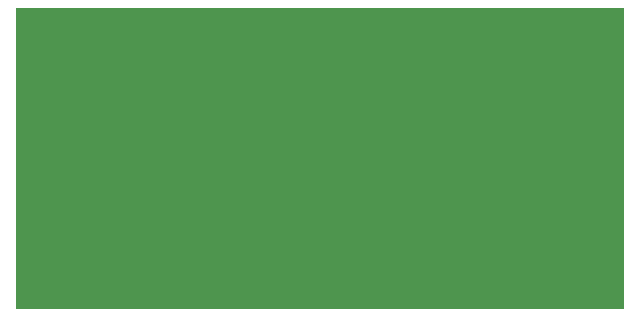
<source format=gbr>
%TF.GenerationSoftware,KiCad,Pcbnew,(5.1.9)-1*%
%TF.CreationDate,2021-01-19T17:00:51-05:00*%
%TF.ProjectId,Blinkbutton1616,426c696e-6b62-4757-9474-6f6e31363136,rev?*%
%TF.SameCoordinates,Original*%
%TF.FileFunction,OtherDrawing,Comment*%
%FSLAX46Y46*%
G04 Gerber Fmt 4.6, Leading zero omitted, Abs format (unit mm)*
G04 Created by KiCad (PCBNEW (5.1.9)-1) date 2021-01-19 17:00:51*
%MOMM*%
%LPD*%
G01*
G04 APERTURE LIST*
%ADD10C,0.100000*%
G04 APERTURE END LIST*
D10*
G36*
X163195000Y-134620000D02*
G01*
X111760000Y-134620000D01*
X111760000Y-109220000D01*
X163195000Y-109220000D01*
X163195000Y-134620000D01*
G37*
X163195000Y-134620000D02*
X111760000Y-134620000D01*
X111760000Y-109220000D01*
X163195000Y-109220000D01*
X163195000Y-134620000D01*
M02*

</source>
